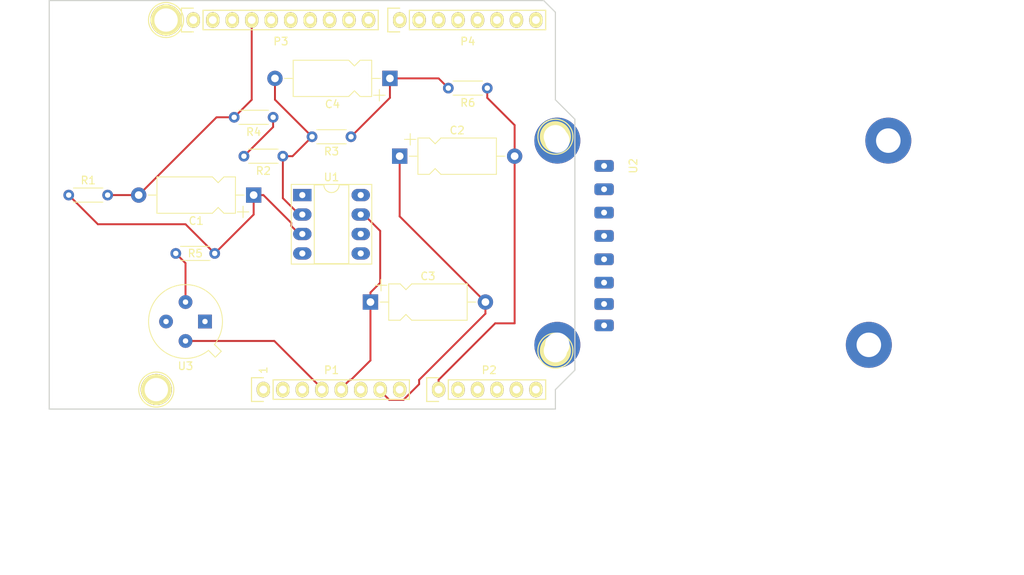
<source format=kicad_pcb>
(kicad_pcb (version 20171130) (host pcbnew "(5.0.0)")

  (general
    (thickness 1.6)
    (drawings 27)
    (tracks 66)
    (zones 0)
    (modules 21)
    (nets 50)
  )

  (page A4)
  (title_block
    (date "lun. 30 mars 2015")
  )

  (layers
    (0 F.Cu signal)
    (31 B.Cu signal)
    (32 B.Adhes user)
    (33 F.Adhes user)
    (34 B.Paste user)
    (35 F.Paste user)
    (36 B.SilkS user)
    (37 F.SilkS user)
    (38 B.Mask user)
    (39 F.Mask user)
    (40 Dwgs.User user)
    (41 Cmts.User user)
    (42 Eco1.User user)
    (43 Eco2.User user)
    (44 Edge.Cuts user)
    (45 Margin user)
    (46 B.CrtYd user)
    (47 F.CrtYd user)
    (48 B.Fab user)
    (49 F.Fab user)
  )

  (setup
    (last_trace_width 0.25)
    (trace_clearance 0.2)
    (zone_clearance 0.508)
    (zone_45_only no)
    (trace_min 0.2)
    (segment_width 0.15)
    (edge_width 0.15)
    (via_size 0.6)
    (via_drill 0.4)
    (via_min_size 0.4)
    (via_min_drill 0.3)
    (uvia_size 0.3)
    (uvia_drill 0.1)
    (uvias_allowed no)
    (uvia_min_size 0.2)
    (uvia_min_drill 0.1)
    (pcb_text_width 0.3)
    (pcb_text_size 1.5 1.5)
    (mod_edge_width 0.15)
    (mod_text_size 1 1)
    (mod_text_width 0.15)
    (pad_size 4.064 4.064)
    (pad_drill 3.048)
    (pad_to_mask_clearance 0)
    (aux_axis_origin 110.998 126.365)
    (grid_origin 110.998 126.365)
    (visible_elements 7FFFFFFF)
    (pcbplotparams
      (layerselection 0x00030_80000001)
      (usegerberextensions false)
      (usegerberattributes false)
      (usegerberadvancedattributes false)
      (creategerberjobfile false)
      (excludeedgelayer true)
      (linewidth 0.100000)
      (plotframeref false)
      (viasonmask false)
      (mode 1)
      (useauxorigin false)
      (hpglpennumber 1)
      (hpglpenspeed 20)
      (hpglpendiameter 15.000000)
      (psnegative false)
      (psa4output false)
      (plotreference true)
      (plotvalue true)
      (plotinvisibletext false)
      (padsonsilk false)
      (subtractmaskfromsilk false)
      (outputformat 1)
      (mirror false)
      (drillshape 1)
      (scaleselection 1)
      (outputdirectory ""))
  )

  (net 0 "")
  (net 1 /IOREF)
  (net 2 /Reset)
  (net 3 +5V)
  (net 4 GND)
  (net 5 /Vin)
  (net 6 /A0)
  (net 7 /A1)
  (net 8 /A2)
  (net 9 /A3)
  (net 10 /AREF)
  (net 11 "/A4(SDA)")
  (net 12 "/A5(SCL)")
  (net 13 "/9(**)")
  (net 14 /8)
  (net 15 /7)
  (net 16 "/6(**)")
  (net 17 "/5(**)")
  (net 18 /4)
  (net 19 "/3(**)")
  (net 20 /2)
  (net 21 "/1(Tx)")
  (net 22 "/0(Rx)")
  (net 23 "Net-(P5-Pad1)")
  (net 24 "Net-(P6-Pad1)")
  (net 25 "Net-(P7-Pad1)")
  (net 26 "Net-(P8-Pad1)")
  (net 27 "/13(SCK)")
  (net 28 "/10(**/SS)")
  (net 29 "Net-(P1-Pad1)")
  (net 30 +3V3)
  (net 31 "/12(MISO)")
  (net 32 "/11(**/MOSI)")
  (net 33 "Net-(C1-Pad1)")
  (net 34 "Net-(C4-Pad2)")
  (net 35 "Net-(C4-Pad1)")
  (net 36 "Net-(R2-Pad2)")
  (net 37 "Net-(R5-Pad1)")
  (net 38 "Net-(U1-Pad1)")
  (net 39 "Net-(U1-Pad5)")
  (net 40 "Net-(U1-Pad8)")
  (net 41 "Net-(U2-Pad7)")
  (net 42 "Net-(U2-Pad4)")
  (net 43 "Net-(U2-Pad3)")
  (net 44 "Net-(U2-Pad2)")
  (net 45 "Net-(U2-Pad1)")
  (net 46 "Net-(U3-Pad1)")
  (net 47 "Net-(U3-Pad3)")
  (net 48 "Net-(P3-Pad1)")
  (net 49 "Net-(P3-Pad2)")

  (net_class Default "This is the default net class."
    (clearance 0.2)
    (trace_width 0.25)
    (via_dia 0.6)
    (via_drill 0.4)
    (uvia_dia 0.3)
    (uvia_drill 0.1)
    (add_net +3V3)
    (add_net +5V)
    (add_net "/0(Rx)")
    (add_net "/1(Tx)")
    (add_net "/10(**/SS)")
    (add_net "/11(**/MOSI)")
    (add_net "/12(MISO)")
    (add_net "/13(SCK)")
    (add_net /2)
    (add_net "/3(**)")
    (add_net /4)
    (add_net "/5(**)")
    (add_net "/6(**)")
    (add_net /7)
    (add_net /8)
    (add_net "/9(**)")
    (add_net /A0)
    (add_net /A1)
    (add_net /A2)
    (add_net /A3)
    (add_net "/A4(SDA)")
    (add_net "/A5(SCL)")
    (add_net /AREF)
    (add_net /IOREF)
    (add_net /Reset)
    (add_net /Vin)
    (add_net GND)
    (add_net "Net-(C1-Pad1)")
    (add_net "Net-(C4-Pad1)")
    (add_net "Net-(C4-Pad2)")
    (add_net "Net-(P1-Pad1)")
    (add_net "Net-(P3-Pad1)")
    (add_net "Net-(P3-Pad2)")
    (add_net "Net-(P5-Pad1)")
    (add_net "Net-(P6-Pad1)")
    (add_net "Net-(P7-Pad1)")
    (add_net "Net-(P8-Pad1)")
    (add_net "Net-(R2-Pad2)")
    (add_net "Net-(R5-Pad1)")
    (add_net "Net-(U1-Pad1)")
    (add_net "Net-(U1-Pad5)")
    (add_net "Net-(U1-Pad8)")
    (add_net "Net-(U2-Pad1)")
    (add_net "Net-(U2-Pad2)")
    (add_net "Net-(U2-Pad3)")
    (add_net "Net-(U2-Pad4)")
    (add_net "Net-(U2-Pad7)")
    (add_net "Net-(U3-Pad1)")
    (add_net "Net-(U3-Pad3)")
  )

  (module Module_RN2483_Breakout:Module_RN2483_Breakout (layer F.Cu) (tedit 5BFEA55F) (tstamp 5C16E66D)
    (at 183.388 94.615 270)
    (path /5BCDCA12)
    (fp_text reference U2 (at 0 -3.81 270) (layer F.SilkS)
      (effects (font (size 1 1) (thickness 0.15)))
    )
    (fp_text value RN2483 (at 0 -5.08 270) (layer F.Fab)
      (effects (font (size 1 1) (thickness 0.15)))
    )
    (fp_line (start 26.924 9.906) (end -7.112 9.906) (layer F.CrtYd) (width 0.15))
    (fp_line (start 26.924 -40.386) (end 26.924 9.906) (layer F.CrtYd) (width 0.15))
    (fp_line (start -7.112 -40.386) (end 26.924 -40.386) (layer F.CrtYd) (width 0.15))
    (fp_line (start -7.112 9.906) (end -7.112 -40.386) (layer F.CrtYd) (width 0.15))
    (pad 8 thru_hole roundrect (at 20.828 0 270) (size 1.524 2.524) (drill 0.762) (layers *.Cu *.Mask) (roundrect_rratio 0.25)
      (net 4 GND))
    (pad 7 thru_hole roundrect (at 18.034 0 270) (size 1.524 2.524) (drill 0.762) (layers *.Cu *.Mask) (roundrect_rratio 0.25)
      (net 41 "Net-(U2-Pad7)"))
    (pad 6 thru_hole roundrect (at 15.24 0 270) (size 1.524 2.524) (drill 0.762) (layers *.Cu *.Mask) (roundrect_rratio 0.25)
      (net 30 +3V3))
    (pad 5 thru_hole roundrect (at 12.192 0 270) (size 1.524 2.524) (drill 0.762) (layers *.Cu *.Mask) (roundrect_rratio 0.25)
      (net 2 /Reset))
    (pad 4 thru_hole roundrect (at 9.144 0 270) (size 1.524 2.524) (drill 0.762) (layers *.Cu *.Mask) (roundrect_rratio 0.25)
      (net 42 "Net-(U2-Pad4)"))
    (pad 3 thru_hole roundrect (at 6.096 0 270) (size 1.524 2.524) (drill 0.762) (layers *.Cu *.Mask) (roundrect_rratio 0.25)
      (net 43 "Net-(U2-Pad3)"))
    (pad 2 thru_hole roundrect (at 3.048 0 270) (size 1.524 2.524) (drill 0.762) (layers *.Cu *.Mask) (roundrect_rratio 0.25)
      (net 44 "Net-(U2-Pad2)"))
    (pad 1 thru_hole roundrect (at 0 0 270) (size 1.524 2.524) (drill 0.762) (layers *.Cu *.Mask) (roundrect_rratio 0.25)
      (net 45 "Net-(U2-Pad1)"))
    (pad "" thru_hole circle (at 23.368 6.096 270) (size 6 6) (drill 3.2) (layers *.Cu *.Mask))
    (pad "" thru_hole circle (at 23.368 -34.544 270) (size 6 6) (drill 3.2) (layers *.Cu *.Mask))
    (pad "" thru_hole circle (at -3.302 -37.084 270) (size 6 6) (drill 3.2) (layers *.Cu *.Mask))
    (pad "" thru_hole circle (at -3.302 6.096 270) (size 6 6) (drill 3.2) (layers *.Cu *.Mask))
  )

  (module Capacitor_THT:CP_Axial_L10.0mm_D4.5mm_P15.00mm_Horizontal (layer F.Cu) (tedit 5AE50EF2) (tstamp 5C16E575)
    (at 156.718 93.345)
    (descr "CP, Axial series, Axial, Horizontal, pin pitch=15mm, , length*diameter=10*4.5mm^2, Electrolytic Capacitor, , http://www.vishay.com/docs/28325/021asm.pdf")
    (tags "CP Axial series Axial Horizontal pin pitch 15mm  length 10mm diameter 4.5mm Electrolytic Capacitor")
    (path /5BFF058C)
    (fp_text reference C2 (at 7.5 -3.37) (layer F.SilkS)
      (effects (font (size 1 1) (thickness 0.15)))
    )
    (fp_text value 100n (at 7.5 3.37) (layer F.Fab)
      (effects (font (size 1 1) (thickness 0.15)))
    )
    (fp_line (start 2.5 -2.25) (end 2.5 2.25) (layer F.Fab) (width 0.1))
    (fp_line (start 12.5 -2.25) (end 12.5 2.25) (layer F.Fab) (width 0.1))
    (fp_line (start 2.5 -2.25) (end 3.88 -2.25) (layer F.Fab) (width 0.1))
    (fp_line (start 3.88 -2.25) (end 4.63 -1.5) (layer F.Fab) (width 0.1))
    (fp_line (start 4.63 -1.5) (end 5.38 -2.25) (layer F.Fab) (width 0.1))
    (fp_line (start 5.38 -2.25) (end 12.5 -2.25) (layer F.Fab) (width 0.1))
    (fp_line (start 2.5 2.25) (end 3.88 2.25) (layer F.Fab) (width 0.1))
    (fp_line (start 3.88 2.25) (end 4.63 1.5) (layer F.Fab) (width 0.1))
    (fp_line (start 4.63 1.5) (end 5.38 2.25) (layer F.Fab) (width 0.1))
    (fp_line (start 5.38 2.25) (end 12.5 2.25) (layer F.Fab) (width 0.1))
    (fp_line (start 0 0) (end 2.5 0) (layer F.Fab) (width 0.1))
    (fp_line (start 15 0) (end 12.5 0) (layer F.Fab) (width 0.1))
    (fp_line (start 3.9 0) (end 5.4 0) (layer F.Fab) (width 0.1))
    (fp_line (start 4.65 -0.75) (end 4.65 0.75) (layer F.Fab) (width 0.1))
    (fp_line (start 0.63 -2.2) (end 2.13 -2.2) (layer F.SilkS) (width 0.12))
    (fp_line (start 1.38 -2.95) (end 1.38 -1.45) (layer F.SilkS) (width 0.12))
    (fp_line (start 2.38 -2.37) (end 2.38 2.37) (layer F.SilkS) (width 0.12))
    (fp_line (start 12.62 -2.37) (end 12.62 2.37) (layer F.SilkS) (width 0.12))
    (fp_line (start 2.38 -2.37) (end 3.88 -2.37) (layer F.SilkS) (width 0.12))
    (fp_line (start 3.88 -2.37) (end 4.63 -1.62) (layer F.SilkS) (width 0.12))
    (fp_line (start 4.63 -1.62) (end 5.38 -2.37) (layer F.SilkS) (width 0.12))
    (fp_line (start 5.38 -2.37) (end 12.62 -2.37) (layer F.SilkS) (width 0.12))
    (fp_line (start 2.38 2.37) (end 3.88 2.37) (layer F.SilkS) (width 0.12))
    (fp_line (start 3.88 2.37) (end 4.63 1.62) (layer F.SilkS) (width 0.12))
    (fp_line (start 4.63 1.62) (end 5.38 2.37) (layer F.SilkS) (width 0.12))
    (fp_line (start 5.38 2.37) (end 12.62 2.37) (layer F.SilkS) (width 0.12))
    (fp_line (start 1.24 0) (end 2.38 0) (layer F.SilkS) (width 0.12))
    (fp_line (start 13.76 0) (end 12.62 0) (layer F.SilkS) (width 0.12))
    (fp_line (start -1.25 -2.5) (end -1.25 2.5) (layer F.CrtYd) (width 0.05))
    (fp_line (start -1.25 2.5) (end 16.25 2.5) (layer F.CrtYd) (width 0.05))
    (fp_line (start 16.25 2.5) (end 16.25 -2.5) (layer F.CrtYd) (width 0.05))
    (fp_line (start 16.25 -2.5) (end -1.25 -2.5) (layer F.CrtYd) (width 0.05))
    (fp_text user %R (at 8.89 0) (layer F.Fab)
      (effects (font (size 1 1) (thickness 0.15)))
    )
    (pad 1 thru_hole rect (at 0 0) (size 2 2) (drill 1) (layers *.Cu *.Mask)
      (net 4 GND))
    (pad 2 thru_hole oval (at 15 0) (size 2 2) (drill 1) (layers *.Cu *.Mask)
      (net 6 /A0))
    (model ${KISYS3DMOD}/Capacitor_THT.3dshapes/CP_Axial_L10.0mm_D4.5mm_P15.00mm_Horizontal.wrl
      (at (xyz 0 0 0))
      (scale (xyz 1 1 1))
      (rotate (xyz 0 0 0))
    )
  )

  (module Socket_Arduino_Uno:Socket_Strip_Arduino_1x08 locked (layer F.Cu) (tedit 552168D2) (tstamp 551AF9EA)
    (at 138.938 123.825)
    (descr "Through hole socket strip")
    (tags "socket strip")
    (path /56D70129)
    (fp_text reference P1 (at 8.89 -2.54) (layer F.SilkS)
      (effects (font (size 1 1) (thickness 0.15)))
    )
    (fp_text value Power (at 8.89 -4.064) (layer F.Fab)
      (effects (font (size 1 1) (thickness 0.15)))
    )
    (fp_line (start -1.75 -1.75) (end -1.75 1.75) (layer F.CrtYd) (width 0.05))
    (fp_line (start 19.55 -1.75) (end 19.55 1.75) (layer F.CrtYd) (width 0.05))
    (fp_line (start -1.75 -1.75) (end 19.55 -1.75) (layer F.CrtYd) (width 0.05))
    (fp_line (start -1.75 1.75) (end 19.55 1.75) (layer F.CrtYd) (width 0.05))
    (fp_line (start 1.27 1.27) (end 19.05 1.27) (layer F.SilkS) (width 0.15))
    (fp_line (start 19.05 1.27) (end 19.05 -1.27) (layer F.SilkS) (width 0.15))
    (fp_line (start 19.05 -1.27) (end 1.27 -1.27) (layer F.SilkS) (width 0.15))
    (fp_line (start -1.55 1.55) (end 0 1.55) (layer F.SilkS) (width 0.15))
    (fp_line (start 1.27 1.27) (end 1.27 -1.27) (layer F.SilkS) (width 0.15))
    (fp_line (start 0 -1.55) (end -1.55 -1.55) (layer F.SilkS) (width 0.15))
    (fp_line (start -1.55 -1.55) (end -1.55 1.55) (layer F.SilkS) (width 0.15))
    (pad 1 thru_hole oval (at 0 0) (size 1.7272 2.032) (drill 1.016) (layers *.Cu *.Mask F.SilkS)
      (net 29 "Net-(P1-Pad1)"))
    (pad 2 thru_hole oval (at 2.54 0) (size 1.7272 2.032) (drill 1.016) (layers *.Cu *.Mask F.SilkS)
      (net 1 /IOREF))
    (pad 3 thru_hole oval (at 5.08 0) (size 1.7272 2.032) (drill 1.016) (layers *.Cu *.Mask F.SilkS)
      (net 2 /Reset))
    (pad 4 thru_hole oval (at 7.62 0) (size 1.7272 2.032) (drill 1.016) (layers *.Cu *.Mask F.SilkS)
      (net 30 +3V3))
    (pad 5 thru_hole oval (at 10.16 0) (size 1.7272 2.032) (drill 1.016) (layers *.Cu *.Mask F.SilkS)
      (net 3 +5V))
    (pad 6 thru_hole oval (at 12.7 0) (size 1.7272 2.032) (drill 1.016) (layers *.Cu *.Mask F.SilkS)
      (net 4 GND))
    (pad 7 thru_hole oval (at 15.24 0) (size 1.7272 2.032) (drill 1.016) (layers *.Cu *.Mask F.SilkS)
      (net 4 GND))
    (pad 8 thru_hole oval (at 17.78 0) (size 1.7272 2.032) (drill 1.016) (layers *.Cu *.Mask F.SilkS)
      (net 5 /Vin))
    (model ${KIPRJMOD}/Socket_Arduino_Uno.3dshapes/Socket_header_Arduino_1x08.wrl
      (offset (xyz 8.889999866485596 0 0))
      (scale (xyz 1 1 1))
      (rotate (xyz 0 0 180))
    )
  )

  (module Socket_Arduino_Uno:Socket_Strip_Arduino_1x06 locked (layer F.Cu) (tedit 552168D6) (tstamp 551AF9FF)
    (at 161.798 123.825)
    (descr "Through hole socket strip")
    (tags "socket strip")
    (path /56D70DD8)
    (fp_text reference P2 (at 6.604 -2.54) (layer F.SilkS)
      (effects (font (size 1 1) (thickness 0.15)))
    )
    (fp_text value Analog (at 6.604 -4.064) (layer F.Fab)
      (effects (font (size 1 1) (thickness 0.15)))
    )
    (fp_line (start -1.75 -1.75) (end -1.75 1.75) (layer F.CrtYd) (width 0.05))
    (fp_line (start 14.45 -1.75) (end 14.45 1.75) (layer F.CrtYd) (width 0.05))
    (fp_line (start -1.75 -1.75) (end 14.45 -1.75) (layer F.CrtYd) (width 0.05))
    (fp_line (start -1.75 1.75) (end 14.45 1.75) (layer F.CrtYd) (width 0.05))
    (fp_line (start 1.27 1.27) (end 13.97 1.27) (layer F.SilkS) (width 0.15))
    (fp_line (start 13.97 1.27) (end 13.97 -1.27) (layer F.SilkS) (width 0.15))
    (fp_line (start 13.97 -1.27) (end 1.27 -1.27) (layer F.SilkS) (width 0.15))
    (fp_line (start -1.55 1.55) (end 0 1.55) (layer F.SilkS) (width 0.15))
    (fp_line (start 1.27 1.27) (end 1.27 -1.27) (layer F.SilkS) (width 0.15))
    (fp_line (start 0 -1.55) (end -1.55 -1.55) (layer F.SilkS) (width 0.15))
    (fp_line (start -1.55 -1.55) (end -1.55 1.55) (layer F.SilkS) (width 0.15))
    (pad 1 thru_hole oval (at 0 0) (size 1.7272 2.032) (drill 1.016) (layers *.Cu *.Mask F.SilkS)
      (net 6 /A0))
    (pad 2 thru_hole oval (at 2.54 0) (size 1.7272 2.032) (drill 1.016) (layers *.Cu *.Mask F.SilkS)
      (net 7 /A1))
    (pad 3 thru_hole oval (at 5.08 0) (size 1.7272 2.032) (drill 1.016) (layers *.Cu *.Mask F.SilkS)
      (net 8 /A2))
    (pad 4 thru_hole oval (at 7.62 0) (size 1.7272 2.032) (drill 1.016) (layers *.Cu *.Mask F.SilkS)
      (net 9 /A3))
    (pad 5 thru_hole oval (at 10.16 0) (size 1.7272 2.032) (drill 1.016) (layers *.Cu *.Mask F.SilkS)
      (net 11 "/A4(SDA)"))
    (pad 6 thru_hole oval (at 12.7 0) (size 1.7272 2.032) (drill 1.016) (layers *.Cu *.Mask F.SilkS)
      (net 12 "/A5(SCL)"))
    (model ${KIPRJMOD}/Socket_Arduino_Uno.3dshapes/Socket_header_Arduino_1x06.wrl
      (offset (xyz 6.349999904632568 0 0))
      (scale (xyz 1 1 1))
      (rotate (xyz 0 0 180))
    )
  )

  (module Socket_Arduino_Uno:Socket_Strip_Arduino_1x10 locked (layer F.Cu) (tedit 552168BF) (tstamp 551AFA18)
    (at 129.794 75.565)
    (descr "Through hole socket strip")
    (tags "socket strip")
    (path /56D721E0)
    (fp_text reference P3 (at 11.43 2.794) (layer F.SilkS)
      (effects (font (size 1 1) (thickness 0.15)))
    )
    (fp_text value Digital (at 11.43 4.318) (layer F.Fab)
      (effects (font (size 1 1) (thickness 0.15)))
    )
    (fp_line (start -1.75 -1.75) (end -1.75 1.75) (layer F.CrtYd) (width 0.05))
    (fp_line (start 24.65 -1.75) (end 24.65 1.75) (layer F.CrtYd) (width 0.05))
    (fp_line (start -1.75 -1.75) (end 24.65 -1.75) (layer F.CrtYd) (width 0.05))
    (fp_line (start -1.75 1.75) (end 24.65 1.75) (layer F.CrtYd) (width 0.05))
    (fp_line (start 1.27 1.27) (end 24.13 1.27) (layer F.SilkS) (width 0.15))
    (fp_line (start 24.13 1.27) (end 24.13 -1.27) (layer F.SilkS) (width 0.15))
    (fp_line (start 24.13 -1.27) (end 1.27 -1.27) (layer F.SilkS) (width 0.15))
    (fp_line (start -1.55 1.55) (end 0 1.55) (layer F.SilkS) (width 0.15))
    (fp_line (start 1.27 1.27) (end 1.27 -1.27) (layer F.SilkS) (width 0.15))
    (fp_line (start 0 -1.55) (end -1.55 -1.55) (layer F.SilkS) (width 0.15))
    (fp_line (start -1.55 -1.55) (end -1.55 1.55) (layer F.SilkS) (width 0.15))
    (pad 1 thru_hole oval (at 0 0) (size 1.7272 2.032) (drill 1.016) (layers *.Cu *.Mask F.SilkS)
      (net 48 "Net-(P3-Pad1)"))
    (pad 2 thru_hole oval (at 2.54 0) (size 1.7272 2.032) (drill 1.016) (layers *.Cu *.Mask F.SilkS)
      (net 49 "Net-(P3-Pad2)"))
    (pad 3 thru_hole oval (at 5.08 0) (size 1.7272 2.032) (drill 1.016) (layers *.Cu *.Mask F.SilkS)
      (net 10 /AREF))
    (pad 4 thru_hole oval (at 7.62 0) (size 1.7272 2.032) (drill 1.016) (layers *.Cu *.Mask F.SilkS)
      (net 4 GND))
    (pad 5 thru_hole oval (at 10.16 0) (size 1.7272 2.032) (drill 1.016) (layers *.Cu *.Mask F.SilkS)
      (net 27 "/13(SCK)"))
    (pad 6 thru_hole oval (at 12.7 0) (size 1.7272 2.032) (drill 1.016) (layers *.Cu *.Mask F.SilkS)
      (net 31 "/12(MISO)"))
    (pad 7 thru_hole oval (at 15.24 0) (size 1.7272 2.032) (drill 1.016) (layers *.Cu *.Mask F.SilkS)
      (net 32 "/11(**/MOSI)"))
    (pad 8 thru_hole oval (at 17.78 0) (size 1.7272 2.032) (drill 1.016) (layers *.Cu *.Mask F.SilkS)
      (net 28 "/10(**/SS)"))
    (pad 9 thru_hole oval (at 20.32 0) (size 1.7272 2.032) (drill 1.016) (layers *.Cu *.Mask F.SilkS)
      (net 13 "/9(**)"))
    (pad 10 thru_hole oval (at 22.86 0) (size 1.7272 2.032) (drill 1.016) (layers *.Cu *.Mask F.SilkS)
      (net 14 /8))
    (model ${KIPRJMOD}/Socket_Arduino_Uno.3dshapes/Socket_header_Arduino_1x10.wrl
      (offset (xyz 11.42999982833862 0 0))
      (scale (xyz 1 1 1))
      (rotate (xyz 0 0 180))
    )
  )

  (module Socket_Arduino_Uno:Socket_Strip_Arduino_1x08 locked (layer F.Cu) (tedit 552168C7) (tstamp 551AFA2F)
    (at 156.718 75.565)
    (descr "Through hole socket strip")
    (tags "socket strip")
    (path /56D7164F)
    (fp_text reference P4 (at 8.89 2.794) (layer F.SilkS)
      (effects (font (size 1 1) (thickness 0.15)))
    )
    (fp_text value Digital (at 8.89 4.318) (layer F.Fab)
      (effects (font (size 1 1) (thickness 0.15)))
    )
    (fp_line (start -1.75 -1.75) (end -1.75 1.75) (layer F.CrtYd) (width 0.05))
    (fp_line (start 19.55 -1.75) (end 19.55 1.75) (layer F.CrtYd) (width 0.05))
    (fp_line (start -1.75 -1.75) (end 19.55 -1.75) (layer F.CrtYd) (width 0.05))
    (fp_line (start -1.75 1.75) (end 19.55 1.75) (layer F.CrtYd) (width 0.05))
    (fp_line (start 1.27 1.27) (end 19.05 1.27) (layer F.SilkS) (width 0.15))
    (fp_line (start 19.05 1.27) (end 19.05 -1.27) (layer F.SilkS) (width 0.15))
    (fp_line (start 19.05 -1.27) (end 1.27 -1.27) (layer F.SilkS) (width 0.15))
    (fp_line (start -1.55 1.55) (end 0 1.55) (layer F.SilkS) (width 0.15))
    (fp_line (start 1.27 1.27) (end 1.27 -1.27) (layer F.SilkS) (width 0.15))
    (fp_line (start 0 -1.55) (end -1.55 -1.55) (layer F.SilkS) (width 0.15))
    (fp_line (start -1.55 -1.55) (end -1.55 1.55) (layer F.SilkS) (width 0.15))
    (pad 1 thru_hole oval (at 0 0) (size 1.7272 2.032) (drill 1.016) (layers *.Cu *.Mask F.SilkS)
      (net 15 /7))
    (pad 2 thru_hole oval (at 2.54 0) (size 1.7272 2.032) (drill 1.016) (layers *.Cu *.Mask F.SilkS)
      (net 16 "/6(**)"))
    (pad 3 thru_hole oval (at 5.08 0) (size 1.7272 2.032) (drill 1.016) (layers *.Cu *.Mask F.SilkS)
      (net 17 "/5(**)"))
    (pad 4 thru_hole oval (at 7.62 0) (size 1.7272 2.032) (drill 1.016) (layers *.Cu *.Mask F.SilkS)
      (net 18 /4))
    (pad 5 thru_hole oval (at 10.16 0) (size 1.7272 2.032) (drill 1.016) (layers *.Cu *.Mask F.SilkS)
      (net 19 "/3(**)"))
    (pad 6 thru_hole oval (at 12.7 0) (size 1.7272 2.032) (drill 1.016) (layers *.Cu *.Mask F.SilkS)
      (net 20 /2))
    (pad 7 thru_hole oval (at 15.24 0) (size 1.7272 2.032) (drill 1.016) (layers *.Cu *.Mask F.SilkS)
      (net 21 "/1(Tx)"))
    (pad 8 thru_hole oval (at 17.78 0) (size 1.7272 2.032) (drill 1.016) (layers *.Cu *.Mask F.SilkS)
      (net 22 "/0(Rx)"))
    (model ${KIPRJMOD}/Socket_Arduino_Uno.3dshapes/Socket_header_Arduino_1x08.wrl
      (offset (xyz 8.889999866485596 0 0))
      (scale (xyz 1 1 1))
      (rotate (xyz 0 0 180))
    )
  )

  (module Socket_Arduino_Uno:Arduino_1pin locked (layer F.Cu) (tedit 5524FC39) (tstamp 5524FC3F)
    (at 124.968 123.825)
    (descr "module 1 pin (ou trou mecanique de percage)")
    (tags DEV)
    (path /56D71177)
    (fp_text reference P5 (at 0 -3.048) (layer F.SilkS) hide
      (effects (font (size 1 1) (thickness 0.15)))
    )
    (fp_text value CONN_01X01 (at 0 2.794) (layer F.Fab) hide
      (effects (font (size 1 1) (thickness 0.15)))
    )
    (fp_circle (center 0 0) (end 0 -2.286) (layer F.SilkS) (width 0.15))
    (pad 1 thru_hole circle (at 0 0) (size 4.064 4.064) (drill 3.048) (layers *.Cu *.Mask F.SilkS)
      (net 23 "Net-(P5-Pad1)"))
  )

  (module Socket_Arduino_Uno:Arduino_1pin locked (layer F.Cu) (tedit 5524FC4A) (tstamp 5524FC44)
    (at 177.038 118.745)
    (descr "module 1 pin (ou trou mecanique de percage)")
    (tags DEV)
    (path /56D71274)
    (fp_text reference P6 (at 0 -3.048) (layer F.SilkS) hide
      (effects (font (size 1 1) (thickness 0.15)))
    )
    (fp_text value CONN_01X01 (at 0 2.794) (layer F.Fab) hide
      (effects (font (size 1 1) (thickness 0.15)))
    )
    (fp_circle (center 0 0) (end 0 -2.286) (layer F.SilkS) (width 0.15))
    (pad 1 thru_hole circle (at 0 0) (size 4.064 4.064) (drill 3.048) (layers *.Cu *.Mask F.SilkS)
      (net 24 "Net-(P6-Pad1)"))
  )

  (module Socket_Arduino_Uno:Arduino_1pin locked (layer F.Cu) (tedit 5524FC2F) (tstamp 5524FC49)
    (at 126.238 75.565)
    (descr "module 1 pin (ou trou mecanique de percage)")
    (tags DEV)
    (path /56D712A8)
    (fp_text reference P7 (at 0 -3.048) (layer F.SilkS) hide
      (effects (font (size 1 1) (thickness 0.15)))
    )
    (fp_text value CONN_01X01 (at 0 2.794) (layer F.Fab) hide
      (effects (font (size 1 1) (thickness 0.15)))
    )
    (fp_circle (center 0 0) (end 0 -2.286) (layer F.SilkS) (width 0.15))
    (pad 1 thru_hole circle (at 0 0) (size 4.064 4.064) (drill 3.048) (layers *.Cu *.Mask F.SilkS)
      (net 25 "Net-(P7-Pad1)"))
  )

  (module Socket_Arduino_Uno:Arduino_1pin locked (layer F.Cu) (tedit 5524FC41) (tstamp 5524FC4E)
    (at 177.038 90.805)
    (descr "module 1 pin (ou trou mecanique de percage)")
    (tags DEV)
    (path /56D712DB)
    (fp_text reference P8 (at 0 -3.048) (layer F.SilkS) hide
      (effects (font (size 1 1) (thickness 0.15)))
    )
    (fp_text value CONN_01X01 (at 0 2.794) (layer F.Fab) hide
      (effects (font (size 1 1) (thickness 0.15)))
    )
    (fp_circle (center 0 0) (end 0 -2.286) (layer F.SilkS) (width 0.15))
    (pad 1 thru_hole circle (at 0 0) (size 4.064 4.064) (drill 3.048) (layers *.Cu *.Mask F.SilkS)
      (net 26 "Net-(P8-Pad1)"))
  )

  (module Capacitor_THT:CP_Axial_L10.0mm_D4.5mm_P15.00mm_Horizontal (layer F.Cu) (tedit 5AE50EF2) (tstamp 5C16E54E)
    (at 137.668 98.425 180)
    (descr "CP, Axial series, Axial, Horizontal, pin pitch=15mm, , length*diameter=10*4.5mm^2, Electrolytic Capacitor, , http://www.vishay.com/docs/28325/021asm.pdf")
    (tags "CP Axial series Axial Horizontal pin pitch 15mm  length 10mm diameter 4.5mm Electrolytic Capacitor")
    (path /5BFF0630)
    (fp_text reference C1 (at 7.5 -3.37 180) (layer F.SilkS)
      (effects (font (size 1 1) (thickness 0.15)))
    )
    (fp_text value 100n (at 7.5 3.37 180) (layer F.Fab)
      (effects (font (size 1 1) (thickness 0.15)))
    )
    (fp_text user %R (at 7.5 0 180) (layer F.Fab)
      (effects (font (size 1 1) (thickness 0.15)))
    )
    (fp_line (start 16.25 -2.5) (end -1.25 -2.5) (layer F.CrtYd) (width 0.05))
    (fp_line (start 16.25 2.5) (end 16.25 -2.5) (layer F.CrtYd) (width 0.05))
    (fp_line (start -1.25 2.5) (end 16.25 2.5) (layer F.CrtYd) (width 0.05))
    (fp_line (start -1.25 -2.5) (end -1.25 2.5) (layer F.CrtYd) (width 0.05))
    (fp_line (start 13.76 0) (end 12.62 0) (layer F.SilkS) (width 0.12))
    (fp_line (start 1.24 0) (end 2.38 0) (layer F.SilkS) (width 0.12))
    (fp_line (start 5.38 2.37) (end 12.62 2.37) (layer F.SilkS) (width 0.12))
    (fp_line (start 4.63 1.62) (end 5.38 2.37) (layer F.SilkS) (width 0.12))
    (fp_line (start 3.88 2.37) (end 4.63 1.62) (layer F.SilkS) (width 0.12))
    (fp_line (start 2.38 2.37) (end 3.88 2.37) (layer F.SilkS) (width 0.12))
    (fp_line (start 5.38 -2.37) (end 12.62 -2.37) (layer F.SilkS) (width 0.12))
    (fp_line (start 4.63 -1.62) (end 5.38 -2.37) (layer F.SilkS) (width 0.12))
    (fp_line (start 3.88 -2.37) (end 4.63 -1.62) (layer F.SilkS) (width 0.12))
    (fp_line (start 2.38 -2.37) (end 3.88 -2.37) (layer F.SilkS) (width 0.12))
    (fp_line (start 12.62 -2.37) (end 12.62 2.37) (layer F.SilkS) (width 0.12))
    (fp_line (start 2.38 -2.37) (end 2.38 2.37) (layer F.SilkS) (width 0.12))
    (fp_line (start 1.38 -2.95) (end 1.38 -1.45) (layer F.SilkS) (width 0.12))
    (fp_line (start 0.63 -2.2) (end 2.13 -2.2) (layer F.SilkS) (width 0.12))
    (fp_line (start 4.65 -0.75) (end 4.65 0.75) (layer F.Fab) (width 0.1))
    (fp_line (start 3.9 0) (end 5.4 0) (layer F.Fab) (width 0.1))
    (fp_line (start 15 0) (end 12.5 0) (layer F.Fab) (width 0.1))
    (fp_line (start 0 0) (end 2.5 0) (layer F.Fab) (width 0.1))
    (fp_line (start 5.38 2.25) (end 12.5 2.25) (layer F.Fab) (width 0.1))
    (fp_line (start 4.63 1.5) (end 5.38 2.25) (layer F.Fab) (width 0.1))
    (fp_line (start 3.88 2.25) (end 4.63 1.5) (layer F.Fab) (width 0.1))
    (fp_line (start 2.5 2.25) (end 3.88 2.25) (layer F.Fab) (width 0.1))
    (fp_line (start 5.38 -2.25) (end 12.5 -2.25) (layer F.Fab) (width 0.1))
    (fp_line (start 4.63 -1.5) (end 5.38 -2.25) (layer F.Fab) (width 0.1))
    (fp_line (start 3.88 -2.25) (end 4.63 -1.5) (layer F.Fab) (width 0.1))
    (fp_line (start 2.5 -2.25) (end 3.88 -2.25) (layer F.Fab) (width 0.1))
    (fp_line (start 12.5 -2.25) (end 12.5 2.25) (layer F.Fab) (width 0.1))
    (fp_line (start 2.5 -2.25) (end 2.5 2.25) (layer F.Fab) (width 0.1))
    (pad 2 thru_hole oval (at 15 0 180) (size 2 2) (drill 1) (layers *.Cu *.Mask)
      (net 4 GND))
    (pad 1 thru_hole rect (at 0 0 180) (size 2 2) (drill 1) (layers *.Cu *.Mask)
      (net 33 "Net-(C1-Pad1)"))
    (model ${KISYS3DMOD}/Capacitor_THT.3dshapes/CP_Axial_L10.0mm_D4.5mm_P15.00mm_Horizontal.wrl
      (at (xyz 0 0 0))
      (scale (xyz 1 1 1))
      (rotate (xyz 0 0 0))
    )
  )

  (module Capacitor_THT:CP_Axial_L10.0mm_D4.5mm_P15.00mm_Horizontal (layer F.Cu) (tedit 5AE50EF2) (tstamp 5C16E59C)
    (at 152.908 112.395)
    (descr "CP, Axial series, Axial, Horizontal, pin pitch=15mm, , length*diameter=10*4.5mm^2, Electrolytic Capacitor, , http://www.vishay.com/docs/28325/021asm.pdf")
    (tags "CP Axial series Axial Horizontal pin pitch 15mm  length 10mm diameter 4.5mm Electrolytic Capacitor")
    (path /5BFF06F4)
    (fp_text reference C3 (at 7.5 -3.37) (layer F.SilkS)
      (effects (font (size 1 1) (thickness 0.15)))
    )
    (fp_text value 100n (at 7.5 3.37) (layer F.Fab)
      (effects (font (size 1 1) (thickness 0.15)))
    )
    (fp_line (start 2.5 -2.25) (end 2.5 2.25) (layer F.Fab) (width 0.1))
    (fp_line (start 12.5 -2.25) (end 12.5 2.25) (layer F.Fab) (width 0.1))
    (fp_line (start 2.5 -2.25) (end 3.88 -2.25) (layer F.Fab) (width 0.1))
    (fp_line (start 3.88 -2.25) (end 4.63 -1.5) (layer F.Fab) (width 0.1))
    (fp_line (start 4.63 -1.5) (end 5.38 -2.25) (layer F.Fab) (width 0.1))
    (fp_line (start 5.38 -2.25) (end 12.5 -2.25) (layer F.Fab) (width 0.1))
    (fp_line (start 2.5 2.25) (end 3.88 2.25) (layer F.Fab) (width 0.1))
    (fp_line (start 3.88 2.25) (end 4.63 1.5) (layer F.Fab) (width 0.1))
    (fp_line (start 4.63 1.5) (end 5.38 2.25) (layer F.Fab) (width 0.1))
    (fp_line (start 5.38 2.25) (end 12.5 2.25) (layer F.Fab) (width 0.1))
    (fp_line (start 0 0) (end 2.5 0) (layer F.Fab) (width 0.1))
    (fp_line (start 15 0) (end 12.5 0) (layer F.Fab) (width 0.1))
    (fp_line (start 3.9 0) (end 5.4 0) (layer F.Fab) (width 0.1))
    (fp_line (start 4.65 -0.75) (end 4.65 0.75) (layer F.Fab) (width 0.1))
    (fp_line (start 0.63 -2.2) (end 2.13 -2.2) (layer F.SilkS) (width 0.12))
    (fp_line (start 1.38 -2.95) (end 1.38 -1.45) (layer F.SilkS) (width 0.12))
    (fp_line (start 2.38 -2.37) (end 2.38 2.37) (layer F.SilkS) (width 0.12))
    (fp_line (start 12.62 -2.37) (end 12.62 2.37) (layer F.SilkS) (width 0.12))
    (fp_line (start 2.38 -2.37) (end 3.88 -2.37) (layer F.SilkS) (width 0.12))
    (fp_line (start 3.88 -2.37) (end 4.63 -1.62) (layer F.SilkS) (width 0.12))
    (fp_line (start 4.63 -1.62) (end 5.38 -2.37) (layer F.SilkS) (width 0.12))
    (fp_line (start 5.38 -2.37) (end 12.62 -2.37) (layer F.SilkS) (width 0.12))
    (fp_line (start 2.38 2.37) (end 3.88 2.37) (layer F.SilkS) (width 0.12))
    (fp_line (start 3.88 2.37) (end 4.63 1.62) (layer F.SilkS) (width 0.12))
    (fp_line (start 4.63 1.62) (end 5.38 2.37) (layer F.SilkS) (width 0.12))
    (fp_line (start 5.38 2.37) (end 12.62 2.37) (layer F.SilkS) (width 0.12))
    (fp_line (start 1.24 0) (end 2.38 0) (layer F.SilkS) (width 0.12))
    (fp_line (start 13.76 0) (end 12.62 0) (layer F.SilkS) (width 0.12))
    (fp_line (start -1.25 -2.5) (end -1.25 2.5) (layer F.CrtYd) (width 0.05))
    (fp_line (start -1.25 2.5) (end 16.25 2.5) (layer F.CrtYd) (width 0.05))
    (fp_line (start 16.25 2.5) (end 16.25 -2.5) (layer F.CrtYd) (width 0.05))
    (fp_line (start 16.25 -2.5) (end -1.25 -2.5) (layer F.CrtYd) (width 0.05))
    (fp_text user %R (at 7.62 0) (layer F.Fab)
      (effects (font (size 1 1) (thickness 0.15)))
    )
    (pad 1 thru_hole rect (at 0 0) (size 2 2) (drill 1) (layers *.Cu *.Mask)
      (net 3 +5V))
    (pad 2 thru_hole oval (at 15 0) (size 2 2) (drill 1) (layers *.Cu *.Mask)
      (net 4 GND))
    (model ${KISYS3DMOD}/Capacitor_THT.3dshapes/CP_Axial_L10.0mm_D4.5mm_P15.00mm_Horizontal.wrl
      (at (xyz 0 0 0))
      (scale (xyz 1 1 1))
      (rotate (xyz 0 0 0))
    )
  )

  (module Capacitor_THT:CP_Axial_L10.0mm_D4.5mm_P15.00mm_Horizontal (layer F.Cu) (tedit 5AE50EF2) (tstamp 5C16E5C3)
    (at 155.448 83.185 180)
    (descr "CP, Axial series, Axial, Horizontal, pin pitch=15mm, , length*diameter=10*4.5mm^2, Electrolytic Capacitor, , http://www.vishay.com/docs/28325/021asm.pdf")
    (tags "CP Axial series Axial Horizontal pin pitch 15mm  length 10mm diameter 4.5mm Electrolytic Capacitor")
    (path /5BFF04B6)
    (fp_text reference C4 (at 7.5 -3.37 180) (layer F.SilkS)
      (effects (font (size 1 1) (thickness 0.15)))
    )
    (fp_text value 1u (at 7.5 3.37 180) (layer F.Fab)
      (effects (font (size 1 1) (thickness 0.15)))
    )
    (fp_line (start 2.5 -2.25) (end 2.5 2.25) (layer F.Fab) (width 0.1))
    (fp_line (start 12.5 -2.25) (end 12.5 2.25) (layer F.Fab) (width 0.1))
    (fp_line (start 2.5 -2.25) (end 3.88 -2.25) (layer F.Fab) (width 0.1))
    (fp_line (start 3.88 -2.25) (end 4.63 -1.5) (layer F.Fab) (width 0.1))
    (fp_line (start 4.63 -1.5) (end 5.38 -2.25) (layer F.Fab) (width 0.1))
    (fp_line (start 5.38 -2.25) (end 12.5 -2.25) (layer F.Fab) (width 0.1))
    (fp_line (start 2.5 2.25) (end 3.88 2.25) (layer F.Fab) (width 0.1))
    (fp_line (start 3.88 2.25) (end 4.63 1.5) (layer F.Fab) (width 0.1))
    (fp_line (start 4.63 1.5) (end 5.38 2.25) (layer F.Fab) (width 0.1))
    (fp_line (start 5.38 2.25) (end 12.5 2.25) (layer F.Fab) (width 0.1))
    (fp_line (start 0 0) (end 2.5 0) (layer F.Fab) (width 0.1))
    (fp_line (start 15 0) (end 12.5 0) (layer F.Fab) (width 0.1))
    (fp_line (start 3.9 0) (end 5.4 0) (layer F.Fab) (width 0.1))
    (fp_line (start 4.65 -0.75) (end 4.65 0.75) (layer F.Fab) (width 0.1))
    (fp_line (start 0.63 -2.2) (end 2.13 -2.2) (layer F.SilkS) (width 0.12))
    (fp_line (start 1.38 -2.95) (end 1.38 -1.45) (layer F.SilkS) (width 0.12))
    (fp_line (start 2.38 -2.37) (end 2.38 2.37) (layer F.SilkS) (width 0.12))
    (fp_line (start 12.62 -2.37) (end 12.62 2.37) (layer F.SilkS) (width 0.12))
    (fp_line (start 2.38 -2.37) (end 3.88 -2.37) (layer F.SilkS) (width 0.12))
    (fp_line (start 3.88 -2.37) (end 4.63 -1.62) (layer F.SilkS) (width 0.12))
    (fp_line (start 4.63 -1.62) (end 5.38 -2.37) (layer F.SilkS) (width 0.12))
    (fp_line (start 5.38 -2.37) (end 12.62 -2.37) (layer F.SilkS) (width 0.12))
    (fp_line (start 2.38 2.37) (end 3.88 2.37) (layer F.SilkS) (width 0.12))
    (fp_line (start 3.88 2.37) (end 4.63 1.62) (layer F.SilkS) (width 0.12))
    (fp_line (start 4.63 1.62) (end 5.38 2.37) (layer F.SilkS) (width 0.12))
    (fp_line (start 5.38 2.37) (end 12.62 2.37) (layer F.SilkS) (width 0.12))
    (fp_line (start 1.24 0) (end 2.38 0) (layer F.SilkS) (width 0.12))
    (fp_line (start 13.76 0) (end 12.62 0) (layer F.SilkS) (width 0.12))
    (fp_line (start -1.25 -2.5) (end -1.25 2.5) (layer F.CrtYd) (width 0.05))
    (fp_line (start -1.25 2.5) (end 16.25 2.5) (layer F.CrtYd) (width 0.05))
    (fp_line (start 16.25 2.5) (end 16.25 -2.5) (layer F.CrtYd) (width 0.05))
    (fp_line (start 16.25 -2.5) (end -1.25 -2.5) (layer F.CrtYd) (width 0.05))
    (fp_text user %R (at 7.5 0 180) (layer F.Fab)
      (effects (font (size 1 1) (thickness 0.15)))
    )
    (pad 1 thru_hole rect (at 0 0 180) (size 2 2) (drill 1) (layers *.Cu *.Mask)
      (net 35 "Net-(C4-Pad1)"))
    (pad 2 thru_hole oval (at 15 0 180) (size 2 2) (drill 1) (layers *.Cu *.Mask)
      (net 34 "Net-(C4-Pad2)"))
    (model ${KISYS3DMOD}/Capacitor_THT.3dshapes/CP_Axial_L10.0mm_D4.5mm_P15.00mm_Horizontal.wrl
      (at (xyz 0 0 0))
      (scale (xyz 1 1 1))
      (rotate (xyz 0 0 0))
    )
  )

  (module Resistor_THT:R_Axial_DIN0204_L3.6mm_D1.6mm_P5.08mm_Horizontal (layer F.Cu) (tedit 5AE5139B) (tstamp 5C16E5D6)
    (at 113.538 98.425)
    (descr "Resistor, Axial_DIN0204 series, Axial, Horizontal, pin pitch=5.08mm, 0.167W, length*diameter=3.6*1.6mm^2, http://cdn-reichelt.de/documents/datenblatt/B400/1_4W%23YAG.pdf")
    (tags "Resistor Axial_DIN0204 series Axial Horizontal pin pitch 5.08mm 0.167W length 3.6mm diameter 1.6mm")
    (path /5BFF1987)
    (fp_text reference R1 (at 2.54 -1.92) (layer F.SilkS)
      (effects (font (size 1 1) (thickness 0.15)))
    )
    (fp_text value 100k (at 2.54 1.92) (layer F.Fab)
      (effects (font (size 1 1) (thickness 0.15)))
    )
    (fp_line (start 0.74 -0.8) (end 0.74 0.8) (layer F.Fab) (width 0.1))
    (fp_line (start 0.74 0.8) (end 4.34 0.8) (layer F.Fab) (width 0.1))
    (fp_line (start 4.34 0.8) (end 4.34 -0.8) (layer F.Fab) (width 0.1))
    (fp_line (start 4.34 -0.8) (end 0.74 -0.8) (layer F.Fab) (width 0.1))
    (fp_line (start 0 0) (end 0.74 0) (layer F.Fab) (width 0.1))
    (fp_line (start 5.08 0) (end 4.34 0) (layer F.Fab) (width 0.1))
    (fp_line (start 0.62 -0.92) (end 4.46 -0.92) (layer F.SilkS) (width 0.12))
    (fp_line (start 0.62 0.92) (end 4.46 0.92) (layer F.SilkS) (width 0.12))
    (fp_line (start -0.95 -1.05) (end -0.95 1.05) (layer F.CrtYd) (width 0.05))
    (fp_line (start -0.95 1.05) (end 6.03 1.05) (layer F.CrtYd) (width 0.05))
    (fp_line (start 6.03 1.05) (end 6.03 -1.05) (layer F.CrtYd) (width 0.05))
    (fp_line (start 6.03 -1.05) (end -0.95 -1.05) (layer F.CrtYd) (width 0.05))
    (fp_text user %R (at 2.54 0) (layer F.Fab)
      (effects (font (size 0.72 0.72) (thickness 0.108)))
    )
    (pad 1 thru_hole circle (at 0 0) (size 1.4 1.4) (drill 0.7) (layers *.Cu *.Mask)
      (net 33 "Net-(C1-Pad1)"))
    (pad 2 thru_hole oval (at 5.08 0) (size 1.4 1.4) (drill 0.7) (layers *.Cu *.Mask)
      (net 4 GND))
    (model ${KISYS3DMOD}/Resistor_THT.3dshapes/R_Axial_DIN0204_L3.6mm_D1.6mm_P5.08mm_Horizontal.wrl
      (at (xyz 0 0 0))
      (scale (xyz 1 1 1))
      (rotate (xyz 0 0 0))
    )
  )

  (module Resistor_THT:R_Axial_DIN0204_L3.6mm_D1.6mm_P5.08mm_Horizontal (layer F.Cu) (tedit 5AE5139B) (tstamp 5C16E5E9)
    (at 141.478 93.345 180)
    (descr "Resistor, Axial_DIN0204 series, Axial, Horizontal, pin pitch=5.08mm, 0.167W, length*diameter=3.6*1.6mm^2, http://cdn-reichelt.de/documents/datenblatt/B400/1_4W%23YAG.pdf")
    (tags "Resistor Axial_DIN0204 series Axial Horizontal pin pitch 5.08mm 0.167W length 3.6mm diameter 1.6mm")
    (path /5BFF078F)
    (fp_text reference R2 (at 2.54 -1.92 180) (layer F.SilkS)
      (effects (font (size 1 1) (thickness 0.15)))
    )
    (fp_text value 1k (at 2.54 1.92 180) (layer F.Fab)
      (effects (font (size 1 1) (thickness 0.15)))
    )
    (fp_line (start 0.74 -0.8) (end 0.74 0.8) (layer F.Fab) (width 0.1))
    (fp_line (start 0.74 0.8) (end 4.34 0.8) (layer F.Fab) (width 0.1))
    (fp_line (start 4.34 0.8) (end 4.34 -0.8) (layer F.Fab) (width 0.1))
    (fp_line (start 4.34 -0.8) (end 0.74 -0.8) (layer F.Fab) (width 0.1))
    (fp_line (start 0 0) (end 0.74 0) (layer F.Fab) (width 0.1))
    (fp_line (start 5.08 0) (end 4.34 0) (layer F.Fab) (width 0.1))
    (fp_line (start 0.62 -0.92) (end 4.46 -0.92) (layer F.SilkS) (width 0.12))
    (fp_line (start 0.62 0.92) (end 4.46 0.92) (layer F.SilkS) (width 0.12))
    (fp_line (start -0.95 -1.05) (end -0.95 1.05) (layer F.CrtYd) (width 0.05))
    (fp_line (start -0.95 1.05) (end 6.03 1.05) (layer F.CrtYd) (width 0.05))
    (fp_line (start 6.03 1.05) (end 6.03 -1.05) (layer F.CrtYd) (width 0.05))
    (fp_line (start 6.03 -1.05) (end -0.95 -1.05) (layer F.CrtYd) (width 0.05))
    (fp_text user %R (at 3.81 0 180) (layer F.Fab)
      (effects (font (size 0.72 0.72) (thickness 0.108)))
    )
    (pad 1 thru_hole circle (at 0 0 180) (size 1.4 1.4) (drill 0.7) (layers *.Cu *.Mask)
      (net 34 "Net-(C4-Pad2)"))
    (pad 2 thru_hole oval (at 5.08 0 180) (size 1.4 1.4) (drill 0.7) (layers *.Cu *.Mask)
      (net 36 "Net-(R2-Pad2)"))
    (model ${KISYS3DMOD}/Resistor_THT.3dshapes/R_Axial_DIN0204_L3.6mm_D1.6mm_P5.08mm_Horizontal.wrl
      (at (xyz 0 0 0))
      (scale (xyz 1 1 1))
      (rotate (xyz 0 0 0))
    )
  )

  (module Resistor_THT:R_Axial_DIN0204_L3.6mm_D1.6mm_P5.08mm_Horizontal (layer F.Cu) (tedit 5AE5139B) (tstamp 5C16E5FC)
    (at 150.368 90.805 180)
    (descr "Resistor, Axial_DIN0204 series, Axial, Horizontal, pin pitch=5.08mm, 0.167W, length*diameter=3.6*1.6mm^2, http://cdn-reichelt.de/documents/datenblatt/B400/1_4W%23YAG.pdf")
    (tags "Resistor Axial_DIN0204 series Axial Horizontal pin pitch 5.08mm 0.167W length 3.6mm diameter 1.6mm")
    (path /5BFF1A1B)
    (fp_text reference R3 (at 2.54 -1.92 180) (layer F.SilkS)
      (effects (font (size 1 1) (thickness 0.15)))
    )
    (fp_text value 100k (at 2.54 1.92 180) (layer F.Fab)
      (effects (font (size 1 1) (thickness 0.15)))
    )
    (fp_text user %R (at 2.54 0 180) (layer F.Fab)
      (effects (font (size 0.72 0.72) (thickness 0.108)))
    )
    (fp_line (start 6.03 -1.05) (end -0.95 -1.05) (layer F.CrtYd) (width 0.05))
    (fp_line (start 6.03 1.05) (end 6.03 -1.05) (layer F.CrtYd) (width 0.05))
    (fp_line (start -0.95 1.05) (end 6.03 1.05) (layer F.CrtYd) (width 0.05))
    (fp_line (start -0.95 -1.05) (end -0.95 1.05) (layer F.CrtYd) (width 0.05))
    (fp_line (start 0.62 0.92) (end 4.46 0.92) (layer F.SilkS) (width 0.12))
    (fp_line (start 0.62 -0.92) (end 4.46 -0.92) (layer F.SilkS) (width 0.12))
    (fp_line (start 5.08 0) (end 4.34 0) (layer F.Fab) (width 0.1))
    (fp_line (start 0 0) (end 0.74 0) (layer F.Fab) (width 0.1))
    (fp_line (start 4.34 -0.8) (end 0.74 -0.8) (layer F.Fab) (width 0.1))
    (fp_line (start 4.34 0.8) (end 4.34 -0.8) (layer F.Fab) (width 0.1))
    (fp_line (start 0.74 0.8) (end 4.34 0.8) (layer F.Fab) (width 0.1))
    (fp_line (start 0.74 -0.8) (end 0.74 0.8) (layer F.Fab) (width 0.1))
    (pad 2 thru_hole oval (at 5.08 0 180) (size 1.4 1.4) (drill 0.7) (layers *.Cu *.Mask)
      (net 34 "Net-(C4-Pad2)"))
    (pad 1 thru_hole circle (at 0 0 180) (size 1.4 1.4) (drill 0.7) (layers *.Cu *.Mask)
      (net 35 "Net-(C4-Pad1)"))
    (model ${KISYS3DMOD}/Resistor_THT.3dshapes/R_Axial_DIN0204_L3.6mm_D1.6mm_P5.08mm_Horizontal.wrl
      (at (xyz 0 0 0))
      (scale (xyz 1 1 1))
      (rotate (xyz 0 0 0))
    )
  )

  (module Resistor_THT:R_Axial_DIN0204_L3.6mm_D1.6mm_P5.08mm_Horizontal (layer F.Cu) (tedit 5AE5139B) (tstamp 5C16E60F)
    (at 140.208 88.265 180)
    (descr "Resistor, Axial_DIN0204 series, Axial, Horizontal, pin pitch=5.08mm, 0.167W, length*diameter=3.6*1.6mm^2, http://cdn-reichelt.de/documents/datenblatt/B400/1_4W%23YAG.pdf")
    (tags "Resistor Axial_DIN0204 series Axial Horizontal pin pitch 5.08mm 0.167W length 3.6mm diameter 1.6mm")
    (path /5BFF0851)
    (fp_text reference R4 (at 2.54 -1.92 180) (layer F.SilkS)
      (effects (font (size 1 1) (thickness 0.15)))
    )
    (fp_text value 220 (at 2.54 1.92 180) (layer F.Fab)
      (effects (font (size 1 1) (thickness 0.15)))
    )
    (fp_text user %R (at 2.54 0 180) (layer F.Fab)
      (effects (font (size 0.72 0.72) (thickness 0.108)))
    )
    (fp_line (start 6.03 -1.05) (end -0.95 -1.05) (layer F.CrtYd) (width 0.05))
    (fp_line (start 6.03 1.05) (end 6.03 -1.05) (layer F.CrtYd) (width 0.05))
    (fp_line (start -0.95 1.05) (end 6.03 1.05) (layer F.CrtYd) (width 0.05))
    (fp_line (start -0.95 -1.05) (end -0.95 1.05) (layer F.CrtYd) (width 0.05))
    (fp_line (start 0.62 0.92) (end 4.46 0.92) (layer F.SilkS) (width 0.12))
    (fp_line (start 0.62 -0.92) (end 4.46 -0.92) (layer F.SilkS) (width 0.12))
    (fp_line (start 5.08 0) (end 4.34 0) (layer F.Fab) (width 0.1))
    (fp_line (start 0 0) (end 0.74 0) (layer F.Fab) (width 0.1))
    (fp_line (start 4.34 -0.8) (end 0.74 -0.8) (layer F.Fab) (width 0.1))
    (fp_line (start 4.34 0.8) (end 4.34 -0.8) (layer F.Fab) (width 0.1))
    (fp_line (start 0.74 0.8) (end 4.34 0.8) (layer F.Fab) (width 0.1))
    (fp_line (start 0.74 -0.8) (end 0.74 0.8) (layer F.Fab) (width 0.1))
    (pad 2 thru_hole oval (at 5.08 0 180) (size 1.4 1.4) (drill 0.7) (layers *.Cu *.Mask)
      (net 4 GND))
    (pad 1 thru_hole circle (at 0 0 180) (size 1.4 1.4) (drill 0.7) (layers *.Cu *.Mask)
      (net 36 "Net-(R2-Pad2)"))
    (model ${KISYS3DMOD}/Resistor_THT.3dshapes/R_Axial_DIN0204_L3.6mm_D1.6mm_P5.08mm_Horizontal.wrl
      (at (xyz 0 0 0))
      (scale (xyz 1 1 1))
      (rotate (xyz 0 0 0))
    )
  )

  (module Resistor_THT:R_Axial_DIN0204_L3.6mm_D1.6mm_P5.08mm_Horizontal (layer F.Cu) (tedit 5AE5139B) (tstamp 5C16E622)
    (at 127.508 106.045)
    (descr "Resistor, Axial_DIN0204 series, Axial, Horizontal, pin pitch=5.08mm, 0.167W, length*diameter=3.6*1.6mm^2, http://cdn-reichelt.de/documents/datenblatt/B400/1_4W%23YAG.pdf")
    (tags "Resistor Axial_DIN0204 series Axial Horizontal pin pitch 5.08mm 0.167W length 3.6mm diameter 1.6mm")
    (path /5BFF30A3)
    (fp_text reference R5 (at 2.54 0) (layer F.SilkS)
      (effects (font (size 1 1) (thickness 0.15)))
    )
    (fp_text value 10k (at 2.54 1.92) (layer F.Fab)
      (effects (font (size 1 1) (thickness 0.15)))
    )
    (fp_text user %R (at 2.54 0) (layer F.Fab)
      (effects (font (size 0.72 0.72) (thickness 0.108)))
    )
    (fp_line (start 6.03 -1.05) (end -0.95 -1.05) (layer F.CrtYd) (width 0.05))
    (fp_line (start 6.03 1.05) (end 6.03 -1.05) (layer F.CrtYd) (width 0.05))
    (fp_line (start -0.95 1.05) (end 6.03 1.05) (layer F.CrtYd) (width 0.05))
    (fp_line (start -0.95 -1.05) (end -0.95 1.05) (layer F.CrtYd) (width 0.05))
    (fp_line (start 0.62 0.92) (end 4.46 0.92) (layer F.SilkS) (width 0.12))
    (fp_line (start 0.62 -0.92) (end 4.46 -0.92) (layer F.SilkS) (width 0.12))
    (fp_line (start 5.08 0) (end 4.34 0) (layer F.Fab) (width 0.1))
    (fp_line (start 0 0) (end 0.74 0) (layer F.Fab) (width 0.1))
    (fp_line (start 4.34 -0.8) (end 0.74 -0.8) (layer F.Fab) (width 0.1))
    (fp_line (start 4.34 0.8) (end 4.34 -0.8) (layer F.Fab) (width 0.1))
    (fp_line (start 0.74 0.8) (end 4.34 0.8) (layer F.Fab) (width 0.1))
    (fp_line (start 0.74 -0.8) (end 0.74 0.8) (layer F.Fab) (width 0.1))
    (pad 2 thru_hole oval (at 5.08 0) (size 1.4 1.4) (drill 0.7) (layers *.Cu *.Mask)
      (net 33 "Net-(C1-Pad1)"))
    (pad 1 thru_hole circle (at 0 0) (size 1.4 1.4) (drill 0.7) (layers *.Cu *.Mask)
      (net 37 "Net-(R5-Pad1)"))
    (model ${KISYS3DMOD}/Resistor_THT.3dshapes/R_Axial_DIN0204_L3.6mm_D1.6mm_P5.08mm_Horizontal.wrl
      (at (xyz 0 0 0))
      (scale (xyz 1 1 1))
      (rotate (xyz 0 0 0))
    )
  )

  (module Resistor_THT:R_Axial_DIN0204_L3.6mm_D1.6mm_P5.08mm_Horizontal (layer F.Cu) (tedit 5AE5139B) (tstamp 5C16E635)
    (at 168.148 84.455 180)
    (descr "Resistor, Axial_DIN0204 series, Axial, Horizontal, pin pitch=5.08mm, 0.167W, length*diameter=3.6*1.6mm^2, http://cdn-reichelt.de/documents/datenblatt/B400/1_4W%23YAG.pdf")
    (tags "Resistor Axial_DIN0204 series Axial Horizontal pin pitch 5.08mm 0.167W length 3.6mm diameter 1.6mm")
    (path /5BFF2F61)
    (fp_text reference R6 (at 2.54 -1.92 180) (layer F.SilkS)
      (effects (font (size 1 1) (thickness 0.15)))
    )
    (fp_text value 1k (at 2.54 1.92 180) (layer F.Fab)
      (effects (font (size 1 1) (thickness 0.15)))
    )
    (fp_line (start 0.74 -0.8) (end 0.74 0.8) (layer F.Fab) (width 0.1))
    (fp_line (start 0.74 0.8) (end 4.34 0.8) (layer F.Fab) (width 0.1))
    (fp_line (start 4.34 0.8) (end 4.34 -0.8) (layer F.Fab) (width 0.1))
    (fp_line (start 4.34 -0.8) (end 0.74 -0.8) (layer F.Fab) (width 0.1))
    (fp_line (start 0 0) (end 0.74 0) (layer F.Fab) (width 0.1))
    (fp_line (start 5.08 0) (end 4.34 0) (layer F.Fab) (width 0.1))
    (fp_line (start 0.62 -0.92) (end 4.46 -0.92) (layer F.SilkS) (width 0.12))
    (fp_line (start 0.62 0.92) (end 4.46 0.92) (layer F.SilkS) (width 0.12))
    (fp_line (start -0.95 -1.05) (end -0.95 1.05) (layer F.CrtYd) (width 0.05))
    (fp_line (start -0.95 1.05) (end 6.03 1.05) (layer F.CrtYd) (width 0.05))
    (fp_line (start 6.03 1.05) (end 6.03 -1.05) (layer F.CrtYd) (width 0.05))
    (fp_line (start 6.03 -1.05) (end -0.95 -1.05) (layer F.CrtYd) (width 0.05))
    (fp_text user %R (at 2.54 0 180) (layer F.Fab)
      (effects (font (size 0.72 0.72) (thickness 0.108)))
    )
    (pad 1 thru_hole circle (at 0 0 180) (size 1.4 1.4) (drill 0.7) (layers *.Cu *.Mask)
      (net 6 /A0))
    (pad 2 thru_hole oval (at 5.08 0 180) (size 1.4 1.4) (drill 0.7) (layers *.Cu *.Mask)
      (net 35 "Net-(C4-Pad1)"))
    (model ${KISYS3DMOD}/Resistor_THT.3dshapes/R_Axial_DIN0204_L3.6mm_D1.6mm_P5.08mm_Horizontal.wrl
      (at (xyz 0 0 0))
      (scale (xyz 1 1 1))
      (rotate (xyz 0 0 0))
    )
  )

  (module Package_DIP:DIP-8_W7.62mm_Socket_LongPads (layer F.Cu) (tedit 5A02E8C5) (tstamp 5C16E659)
    (at 144.018 98.425)
    (descr "8-lead though-hole mounted DIP package, row spacing 7.62 mm (300 mils), Socket, LongPads")
    (tags "THT DIP DIL PDIP 2.54mm 7.62mm 300mil Socket LongPads")
    (path /5BCDBF94)
    (fp_text reference U1 (at 3.81 -2.33) (layer F.SilkS)
      (effects (font (size 1 1) (thickness 0.15)))
    )
    (fp_text value LTC1050 (at 3.81 9.95) (layer F.Fab)
      (effects (font (size 1 1) (thickness 0.15)))
    )
    (fp_text user %R (at 3.81 3.81) (layer F.Fab)
      (effects (font (size 1 1) (thickness 0.15)))
    )
    (fp_line (start 9.15 -1.6) (end -1.55 -1.6) (layer F.CrtYd) (width 0.05))
    (fp_line (start 9.15 9.2) (end 9.15 -1.6) (layer F.CrtYd) (width 0.05))
    (fp_line (start -1.55 9.2) (end 9.15 9.2) (layer F.CrtYd) (width 0.05))
    (fp_line (start -1.55 -1.6) (end -1.55 9.2) (layer F.CrtYd) (width 0.05))
    (fp_line (start 9.06 -1.39) (end -1.44 -1.39) (layer F.SilkS) (width 0.12))
    (fp_line (start 9.06 9.01) (end 9.06 -1.39) (layer F.SilkS) (width 0.12))
    (fp_line (start -1.44 9.01) (end 9.06 9.01) (layer F.SilkS) (width 0.12))
    (fp_line (start -1.44 -1.39) (end -1.44 9.01) (layer F.SilkS) (width 0.12))
    (fp_line (start 6.06 -1.33) (end 4.81 -1.33) (layer F.SilkS) (width 0.12))
    (fp_line (start 6.06 8.95) (end 6.06 -1.33) (layer F.SilkS) (width 0.12))
    (fp_line (start 1.56 8.95) (end 6.06 8.95) (layer F.SilkS) (width 0.12))
    (fp_line (start 1.56 -1.33) (end 1.56 8.95) (layer F.SilkS) (width 0.12))
    (fp_line (start 2.81 -1.33) (end 1.56 -1.33) (layer F.SilkS) (width 0.12))
    (fp_line (start 8.89 -1.33) (end -1.27 -1.33) (layer F.Fab) (width 0.1))
    (fp_line (start 8.89 8.95) (end 8.89 -1.33) (layer F.Fab) (width 0.1))
    (fp_line (start -1.27 8.95) (end 8.89 8.95) (layer F.Fab) (width 0.1))
    (fp_line (start -1.27 -1.33) (end -1.27 8.95) (layer F.Fab) (width 0.1))
    (fp_line (start 0.635 -0.27) (end 1.635 -1.27) (layer F.Fab) (width 0.1))
    (fp_line (start 0.635 8.89) (end 0.635 -0.27) (layer F.Fab) (width 0.1))
    (fp_line (start 6.985 8.89) (end 0.635 8.89) (layer F.Fab) (width 0.1))
    (fp_line (start 6.985 -1.27) (end 6.985 8.89) (layer F.Fab) (width 0.1))
    (fp_line (start 1.635 -1.27) (end 6.985 -1.27) (layer F.Fab) (width 0.1))
    (fp_arc (start 3.81 -1.33) (end 2.81 -1.33) (angle -180) (layer F.SilkS) (width 0.12))
    (pad 8 thru_hole oval (at 7.62 0) (size 2.4 1.6) (drill 0.8) (layers *.Cu *.Mask)
      (net 40 "Net-(U1-Pad8)"))
    (pad 4 thru_hole oval (at 0 7.62) (size 2.4 1.6) (drill 0.8) (layers *.Cu *.Mask)
      (net 4 GND))
    (pad 7 thru_hole oval (at 7.62 2.54) (size 2.4 1.6) (drill 0.8) (layers *.Cu *.Mask)
      (net 3 +5V))
    (pad 3 thru_hole oval (at 0 5.08) (size 2.4 1.6) (drill 0.8) (layers *.Cu *.Mask)
      (net 33 "Net-(C1-Pad1)"))
    (pad 6 thru_hole oval (at 7.62 5.08) (size 2.4 1.6) (drill 0.8) (layers *.Cu *.Mask)
      (net 35 "Net-(C4-Pad1)"))
    (pad 2 thru_hole oval (at 0 2.54) (size 2.4 1.6) (drill 0.8) (layers *.Cu *.Mask)
      (net 34 "Net-(C4-Pad2)"))
    (pad 5 thru_hole oval (at 7.62 7.62) (size 2.4 1.6) (drill 0.8) (layers *.Cu *.Mask)
      (net 39 "Net-(U1-Pad5)"))
    (pad 1 thru_hole rect (at 0 0) (size 2.4 1.6) (drill 0.8) (layers *.Cu *.Mask)
      (net 38 "Net-(U1-Pad1)"))
    (model ${KISYS3DMOD}/Package_DIP.3dshapes/DIP-8_W7.62mm_Socket.wrl
      (at (xyz 0 0 0))
      (scale (xyz 1 1 1))
      (rotate (xyz 0 0 0))
    )
  )

  (module Gas_sensor:TO-5-4 (layer F.Cu) (tedit 5BFEAF57) (tstamp 5C16E683)
    (at 131.318 114.935 180)
    (descr TO-5-4)
    (tags TO-5-4)
    (path /5BFF0373)
    (fp_text reference U3 (at 2.54 -5.82 180) (layer F.SilkS)
      (effects (font (size 1 1) (thickness 0.15)))
    )
    (fp_text value Gas_sensor (at 2.54 5.82 180) (layer F.Fab)
      (effects (font (size 1 1) (thickness 0.15)))
    )
    (fp_text user %R (at 2.54 -5.82 180) (layer F.Fab)
      (effects (font (size 1 1) (thickness 0.15)))
    )
    (fp_line (start -0.465408 -3.61352) (end -1.27151 -4.419621) (layer F.Fab) (width 0.1))
    (fp_line (start -1.27151 -4.419621) (end -1.879621 -3.81151) (layer F.Fab) (width 0.1))
    (fp_line (start -1.879621 -3.81151) (end -1.07352 -3.005408) (layer F.Fab) (width 0.1))
    (fp_line (start -0.457084 -3.774902) (end -1.348039 -4.665856) (layer F.SilkS) (width 0.12))
    (fp_line (start -1.348039 -4.665856) (end -2.125856 -3.888039) (layer F.SilkS) (width 0.12))
    (fp_line (start -2.125856 -3.888039) (end -1.234902 -2.997084) (layer F.SilkS) (width 0.12))
    (fp_line (start -2.41 -4.95) (end -2.41 4.95) (layer F.CrtYd) (width 0.05))
    (fp_line (start -2.41 4.95) (end 7.49 4.95) (layer F.CrtYd) (width 0.05))
    (fp_line (start 7.49 4.95) (end 7.49 -4.95) (layer F.CrtYd) (width 0.05))
    (fp_line (start 7.49 -4.95) (end -2.41 -4.95) (layer F.CrtYd) (width 0.05))
    (fp_circle (center 2.54 0) (end 6.79 0) (layer F.Fab) (width 0.1))
    (fp_arc (start 2.54 0) (end -0.465408 -3.61352) (angle 349.5) (layer F.Fab) (width 0.1))
    (fp_arc (start 2.54 0) (end -0.457084 -3.774902) (angle 346.9) (layer F.SilkS) (width 0.12))
    (pad 1 thru_hole rect (at 0 0 180) (size 1.8 1.8) (drill 0.7) (layers *.Cu *.Mask)
      (net 46 "Net-(U3-Pad1)"))
    (pad 2 thru_hole circle (at 2.54 2.54 180) (size 1.8 1.8) (drill 0.7) (layers *.Cu *.Mask)
      (net 37 "Net-(R5-Pad1)"))
    (pad 3 thru_hole circle (at 5.08 0 180) (size 1.8 1.8) (drill 0.7) (layers *.Cu *.Mask)
      (net 47 "Net-(U3-Pad3)"))
    (pad 4 thru_hole circle (at 2.54 -2.54 180) (size 1.8 1.8) (drill 0.7) (layers *.Cu *.Mask)
      (net 30 +3V3))
    (model ${KISYS3DMOD}/Package_TO_SOT_THT.3dshapes/TO-5-4.wrl
      (at (xyz 0 0 0))
      (scale (xyz 1 1 1))
      (rotate (xyz 0 0 0))
    )
  )

  (gr_text 1 (at 138.938 121.285 90) (layer F.SilkS)
    (effects (font (size 1 1) (thickness 0.15)))
  )
  (gr_circle (center 117.348 76.962) (end 118.618 76.962) (layer Dwgs.User) (width 0.15))
  (gr_line (start 114.427 78.994) (end 114.427 74.93) (angle 90) (layer Dwgs.User) (width 0.15))
  (gr_line (start 120.269 78.994) (end 114.427 78.994) (angle 90) (layer Dwgs.User) (width 0.15))
  (gr_line (start 120.269 74.93) (end 120.269 78.994) (angle 90) (layer Dwgs.User) (width 0.15))
  (gr_line (start 114.427 74.93) (end 120.269 74.93) (angle 90) (layer Dwgs.User) (width 0.15))
  (gr_line (start 120.523 93.98) (end 104.648 93.98) (angle 90) (layer Dwgs.User) (width 0.15))
  (gr_line (start 177.038 74.549) (end 175.514 73.025) (angle 90) (layer Edge.Cuts) (width 0.15))
  (gr_line (start 177.038 85.979) (end 177.038 74.549) (angle 90) (layer Edge.Cuts) (width 0.15))
  (gr_line (start 179.578 88.519) (end 177.038 85.979) (angle 90) (layer Edge.Cuts) (width 0.15))
  (gr_line (start 179.578 121.285) (end 179.578 88.519) (angle 90) (layer Edge.Cuts) (width 0.15))
  (gr_line (start 177.038 123.825) (end 179.578 121.285) (angle 90) (layer Edge.Cuts) (width 0.15))
  (gr_line (start 177.038 126.365) (end 177.038 123.825) (angle 90) (layer Edge.Cuts) (width 0.15))
  (gr_line (start 110.998 126.365) (end 177.038 126.365) (angle 90) (layer Edge.Cuts) (width 0.15))
  (gr_line (start 110.998 73.025) (end 110.998 126.365) (angle 90) (layer Edge.Cuts) (width 0.15))
  (gr_line (start 175.514 73.025) (end 110.998 73.025) (angle 90) (layer Edge.Cuts) (width 0.15))
  (gr_line (start 233.045 147.955) (end 233.045 140.335) (angle 90) (layer Dwgs.User) (width 0.15))
  (gr_line (start 238.125 147.955) (end 233.045 147.955) (angle 90) (layer Dwgs.User) (width 0.15))
  (gr_line (start 238.125 140.335) (end 238.125 147.955) (angle 90) (layer Dwgs.User) (width 0.15))
  (gr_line (start 233.045 140.335) (end 238.125 140.335) (angle 90) (layer Dwgs.User) (width 0.15))
  (gr_line (start 109.093 123.19) (end 109.093 114.3) (angle 90) (layer Dwgs.User) (width 0.15))
  (gr_line (start 122.428 123.19) (end 109.093 123.19) (angle 90) (layer Dwgs.User) (width 0.15))
  (gr_line (start 122.428 114.3) (end 122.428 123.19) (angle 90) (layer Dwgs.User) (width 0.15))
  (gr_line (start 109.093 114.3) (end 122.428 114.3) (angle 90) (layer Dwgs.User) (width 0.15))
  (gr_line (start 104.648 93.98) (end 104.648 82.55) (angle 90) (layer Dwgs.User) (width 0.15))
  (gr_line (start 120.523 82.55) (end 120.523 93.98) (angle 90) (layer Dwgs.User) (width 0.15))
  (gr_line (start 104.648 82.55) (end 120.523 82.55) (angle 90) (layer Dwgs.User) (width 0.15))

  (segment (start 149.098 123.6726) (end 149.098 123.825) (width 0.25) (layer F.Cu) (net 3))
  (segment (start 150.2116 122.559) (end 149.098 123.6726) (width 0.25) (layer F.Cu) (net 3))
  (segment (start 150.364 122.559) (end 150.2116 122.559) (width 0.25) (layer F.Cu) (net 3))
  (segment (start 152.908 120.015) (end 150.364 122.559) (width 0.25) (layer F.Cu) (net 3))
  (segment (start 152.908 112.395) (end 152.908 120.015) (width 0.25) (layer F.Cu) (net 3))
  (segment (start 152.908 111.145) (end 154.178 109.875) (width 0.25) (layer F.Cu) (net 3))
  (segment (start 152.908 112.395) (end 152.908 111.145) (width 0.25) (layer F.Cu) (net 3))
  (segment (start 152.038 100.965) (end 151.638 100.965) (width 0.25) (layer F.Cu) (net 3))
  (segment (start 154.178 103.105) (end 152.038 100.965) (width 0.25) (layer F.Cu) (net 3))
  (segment (start 154.178 109.875) (end 154.178 103.105) (width 0.25) (layer F.Cu) (net 3))
  (segment (start 137.414 76.085478) (end 137.414 75.565) (width 0.25) (layer F.Cu) (net 4))
  (segment (start 137.28974 76.209738) (end 137.414 76.085478) (width 0.25) (layer F.Cu) (net 4))
  (segment (start 137.414 75.565) (end 137.414 75.7174) (width 0.25) (layer F.Cu) (net 4))
  (segment (start 151.638 123.6726) (end 151.638 123.825) (width 0.25) (layer F.Cu) (net 4))
  (segment (start 137.414 85.979) (end 135.128 88.265) (width 0.25) (layer F.Cu) (net 4))
  (segment (start 137.414 75.565) (end 137.414 85.979) (width 0.25) (layer F.Cu) (net 4))
  (segment (start 132.828 88.265) (end 122.668 98.425) (width 0.25) (layer F.Cu) (net 4))
  (segment (start 135.128 88.265) (end 132.828 88.265) (width 0.25) (layer F.Cu) (net 4))
  (segment (start 122.668 98.425) (end 118.618 98.425) (width 0.25) (layer F.Cu) (net 4))
  (segment (start 156.718 101.205) (end 167.908 112.395) (width 0.25) (layer F.Cu) (net 4))
  (segment (start 156.718 93.345) (end 156.718 101.205) (width 0.25) (layer F.Cu) (net 4))
  (segment (start 167.908 112.395) (end 167.908 113.905) (width 0.25) (layer F.Cu) (net 4))
  (segment (start 167.908 113.905) (end 159.258 122.555) (width 0.25) (layer F.Cu) (net 4))
  (segment (start 154.178 123.9774) (end 154.178 123.825) (width 0.25) (layer F.Cu) (net 4))
  (segment (start 155.36661 125.16601) (end 154.178 123.9774) (width 0.25) (layer F.Cu) (net 4))
  (segment (start 157.210338 125.16601) (end 155.36661 125.16601) (width 0.25) (layer F.Cu) (net 4))
  (segment (start 159.258 123.118348) (end 157.210338 125.16601) (width 0.25) (layer F.Cu) (net 4))
  (segment (start 159.258 122.555) (end 159.258 123.118348) (width 0.25) (layer F.Cu) (net 4))
  (segment (start 161.798 123.6726) (end 161.798 123.825) (width 0.25) (layer F.Cu) (net 6))
  (segment (start 168.148 84.455) (end 168.148 85.725) (width 0.25) (layer F.Cu) (net 6))
  (segment (start 171.718 89.295) (end 171.718 93.345) (width 0.25) (layer F.Cu) (net 6))
  (segment (start 168.148 85.725) (end 171.718 89.295) (width 0.25) (layer F.Cu) (net 6))
  (segment (start 171.718 93.345) (end 171.718 115.175) (width 0.25) (layer F.Cu) (net 6))
  (segment (start 161.798 122.559) (end 161.798 123.825) (width 0.25) (layer F.Cu) (net 6))
  (segment (start 169.182 115.175) (end 161.798 122.559) (width 0.25) (layer F.Cu) (net 6))
  (segment (start 171.718 115.175) (end 169.182 115.175) (width 0.25) (layer F.Cu) (net 6))
  (segment (start 146.558 123.825) (end 146.558 123.9774) (width 0.25) (layer F.Cu) (net 30))
  (segment (start 146.558 123.6726) (end 146.558 123.825) (width 0.25) (layer F.Cu) (net 30))
  (segment (start 140.3604 117.475) (end 146.558 123.6726) (width 0.25) (layer F.Cu) (net 30))
  (segment (start 128.778 117.475) (end 140.3604 117.475) (width 0.25) (layer F.Cu) (net 30))
  (segment (start 131.888001 105.345001) (end 132.588 106.045) (width 0.25) (layer F.Cu) (net 33))
  (segment (start 128.778 102.235) (end 131.888001 105.345001) (width 0.25) (layer F.Cu) (net 33))
  (segment (start 117.348 102.235) (end 128.778 102.235) (width 0.25) (layer F.Cu) (net 33))
  (segment (start 113.538 98.425) (end 117.348 102.235) (width 0.25) (layer F.Cu) (net 33))
  (segment (start 132.588 106.045) (end 137.668 100.965) (width 0.25) (layer F.Cu) (net 33))
  (segment (start 137.668 100.965) (end 137.668 98.425) (width 0.25) (layer F.Cu) (net 33))
  (segment (start 143.618 103.505) (end 144.018 103.505) (width 0.25) (layer F.Cu) (net 33))
  (segment (start 142.568 102.455) (end 143.618 103.505) (width 0.25) (layer F.Cu) (net 33))
  (segment (start 142.568 102.055) (end 142.568 102.455) (width 0.25) (layer F.Cu) (net 33))
  (segment (start 138.938 98.425) (end 142.568 102.055) (width 0.25) (layer F.Cu) (net 33))
  (segment (start 137.668 98.425) (end 138.938 98.425) (width 0.25) (layer F.Cu) (net 33))
  (segment (start 142.748 93.345) (end 145.288 90.805) (width 0.25) (layer F.Cu) (net 34))
  (segment (start 141.478 93.345) (end 142.748 93.345) (width 0.25) (layer F.Cu) (net 34))
  (segment (start 143.618 100.965) (end 144.018 100.965) (width 0.25) (layer F.Cu) (net 34))
  (segment (start 141.478 98.825) (end 143.618 100.965) (width 0.25) (layer F.Cu) (net 34))
  (segment (start 141.478 93.345) (end 141.478 98.825) (width 0.25) (layer F.Cu) (net 34))
  (segment (start 140.448 85.965) (end 145.288 90.805) (width 0.25) (layer F.Cu) (net 34))
  (segment (start 140.448 83.185) (end 140.448 85.965) (width 0.25) (layer F.Cu) (net 34))
  (segment (start 155.448 85.725) (end 150.368 90.805) (width 0.25) (layer F.Cu) (net 35))
  (segment (start 155.448 83.185) (end 155.448 85.725) (width 0.25) (layer F.Cu) (net 35))
  (segment (start 161.798 83.185) (end 163.068 84.455) (width 0.25) (layer F.Cu) (net 35))
  (segment (start 155.448 83.185) (end 161.798 83.185) (width 0.25) (layer F.Cu) (net 35))
  (segment (start 140.208 89.535) (end 136.398 93.345) (width 0.25) (layer F.Cu) (net 36))
  (segment (start 140.208 88.265) (end 140.208 89.535) (width 0.25) (layer F.Cu) (net 36))
  (segment (start 128.778 107.315) (end 127.508 106.045) (width 0.25) (layer F.Cu) (net 37))
  (segment (start 128.778 112.395) (end 128.778 107.315) (width 0.25) (layer F.Cu) (net 37))

)

</source>
